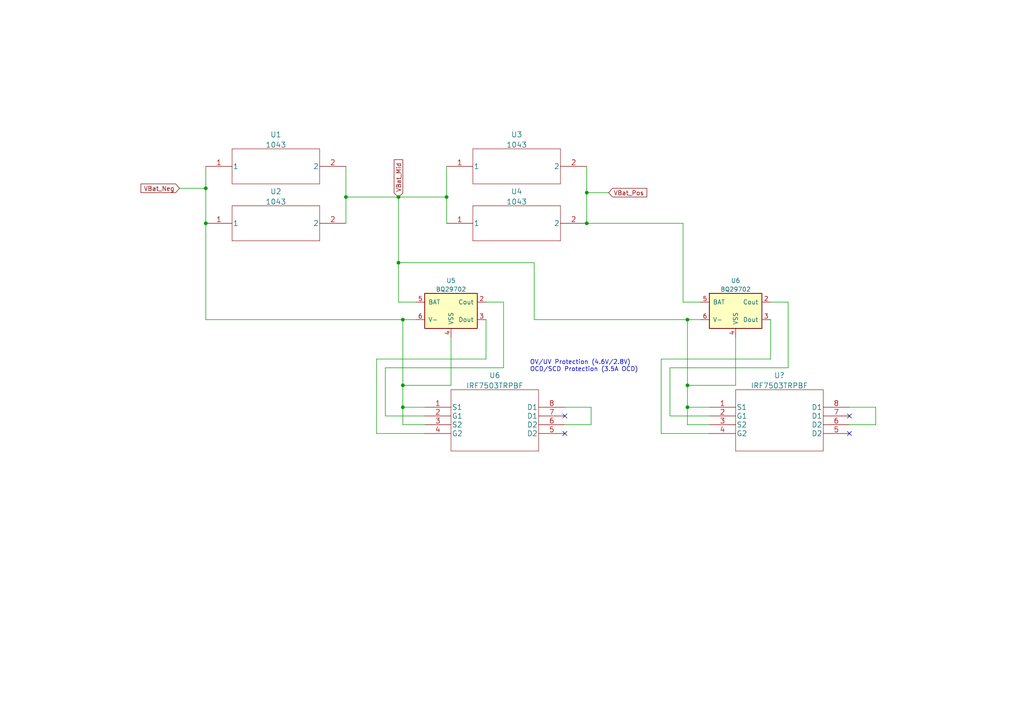
<source format=kicad_sch>
(kicad_sch (version 20211123) (generator eeschema)

  (uuid d2234977-4364-48f8-9d03-cdee731bf6ee)

  (paper "A4")

  (lib_symbols
    (symbol "Battery_Management:BQ297xy" (pin_names (offset 1.016)) (in_bom yes) (on_board yes)
      (property "Reference" "U" (id 0) (at -6.35 6.35 0)
        (effects (font (size 1.27 1.27)))
      )
      (property "Value" "BQ297xy" (id 1) (at 5.08 -6.35 0)
        (effects (font (size 1.27 1.27)))
      )
      (property "Footprint" "Package_SON:WSON-6_1.5x1.5mm_P0.5mm" (id 2) (at 0 8.89 0)
        (effects (font (size 1.27 1.27)) hide)
      )
      (property "Datasheet" "http://www.ti.com/lit/ds/symlink/bq2970.pdf" (id 3) (at -6.35 5.08 0)
        (effects (font (size 1.27 1.27)) hide)
      )
      (property "ki_keywords" "protection Li-Ion Li-Pol" (id 4) (at 0 0 0)
        (effects (font (size 1.27 1.27)) hide)
      )
      (property "ki_description" "Voltage and Current Protection for Single-Cell Li-Ion and Li-Polymer Batteries" (id 5) (at 0 0 0)
        (effects (font (size 1.27 1.27)) hide)
      )
      (property "ki_fp_filters" "WSON*1.5x1.5mm*P0.5mm*" (id 6) (at 0 0 0)
        (effects (font (size 1.27 1.27)) hide)
      )
      (symbol "BQ297xy_0_1"
        (rectangle (start -7.62 5.08) (end 7.62 -5.08)
          (stroke (width 0.254) (type default) (color 0 0 0 0))
          (fill (type background))
        )
      )
      (symbol "BQ297xy_1_1"
        (pin no_connect line (at 7.62 0 180) (length 2.54) hide
          (name "NC" (effects (font (size 1.27 1.27))))
          (number "1" (effects (font (size 1.27 1.27))))
        )
        (pin output line (at 10.16 2.54 180) (length 2.54)
          (name "Cout" (effects (font (size 1.27 1.27))))
          (number "2" (effects (font (size 1.27 1.27))))
        )
        (pin output line (at 10.16 -2.54 180) (length 2.54)
          (name "Dout" (effects (font (size 1.27 1.27))))
          (number "3" (effects (font (size 1.27 1.27))))
        )
        (pin power_in line (at 0 -7.62 90) (length 2.54)
          (name "VSS" (effects (font (size 1.27 1.27))))
          (number "4" (effects (font (size 1.27 1.27))))
        )
        (pin input line (at -10.16 2.54 0) (length 2.54)
          (name "BAT" (effects (font (size 1.27 1.27))))
          (number "5" (effects (font (size 1.27 1.27))))
        )
        (pin input line (at -10.16 -2.54 0) (length 2.54)
          (name "V-" (effects (font (size 1.27 1.27))))
          (number "6" (effects (font (size 1.27 1.27))))
        )
      )
    )
    (symbol "Imported_Symbols:1043" (pin_names (offset 0.254)) (in_bom yes) (on_board yes)
      (property "Reference" "U" (id 0) (at 20.32 10.16 0)
        (effects (font (size 1.524 1.524)))
      )
      (property "Value" "1043" (id 1) (at 20.32 7.62 0)
        (effects (font (size 1.524 1.524)))
      )
      (property "Footprint" "1043_KEY" (id 2) (at 20.32 6.096 0)
        (effects (font (size 1.524 1.524)) hide)
      )
      (property "Datasheet" "" (id 3) (at 0 0 0)
        (effects (font (size 1.524 1.524)))
      )
      (property "ki_locked" "" (id 4) (at 0 0 0)
        (effects (font (size 1.27 1.27)))
      )
      (property "ki_fp_filters" "1043_KEY" (id 5) (at 0 0 0)
        (effects (font (size 1.27 1.27)) hide)
      )
      (symbol "1043_1_1"
        (polyline
          (pts
            (xy 7.62 -5.08)
            (xy 33.02 -5.08)
          )
          (stroke (width 0.127) (type default) (color 0 0 0 0))
          (fill (type none))
        )
        (polyline
          (pts
            (xy 7.62 5.08)
            (xy 7.62 -5.08)
          )
          (stroke (width 0.127) (type default) (color 0 0 0 0))
          (fill (type none))
        )
        (polyline
          (pts
            (xy 33.02 -5.08)
            (xy 33.02 5.08)
          )
          (stroke (width 0.127) (type default) (color 0 0 0 0))
          (fill (type none))
        )
        (polyline
          (pts
            (xy 33.02 5.08)
            (xy 7.62 5.08)
          )
          (stroke (width 0.127) (type default) (color 0 0 0 0))
          (fill (type none))
        )
        (pin unspecified line (at 0 0 0) (length 7.62)
          (name "1" (effects (font (size 1.4986 1.4986))))
          (number "1" (effects (font (size 1.4986 1.4986))))
        )
        (pin unspecified line (at 40.64 0 180) (length 7.62)
          (name "2" (effects (font (size 1.4986 1.4986))))
          (number "2" (effects (font (size 1.4986 1.4986))))
        )
      )
    )
    (symbol "Imported_Symbols:IRF7503TRPBF" (pin_names (offset 0.254)) (in_bom yes) (on_board yes)
      (property "Reference" "U" (id 0) (at 20.32 10.16 0)
        (effects (font (size 1.524 1.524)))
      )
      (property "Value" "IRF7503TRPBF" (id 1) (at 20.32 7.62 0)
        (effects (font (size 1.524 1.524)))
      )
      (property "Footprint" "IRF7503TRPBF_INF" (id 2) (at 20.32 6.096 0)
        (effects (font (size 1.524 1.524)) hide)
      )
      (property "Datasheet" "" (id 3) (at 0 0 0)
        (effects (font (size 1.524 1.524)))
      )
      (property "ki_locked" "" (id 4) (at 0 0 0)
        (effects (font (size 1.27 1.27)))
      )
      (property "ki_fp_filters" "IRF7503TRPBF_INF IRF7503TRPBF_INF-M IRF7503TRPBF_INF-L" (id 5) (at 0 0 0)
        (effects (font (size 1.27 1.27)) hide)
      )
      (symbol "IRF7503TRPBF_1_1"
        (polyline
          (pts
            (xy 7.62 -12.7)
            (xy 33.02 -12.7)
          )
          (stroke (width 0.127) (type default) (color 0 0 0 0))
          (fill (type none))
        )
        (polyline
          (pts
            (xy 7.62 5.08)
            (xy 7.62 -12.7)
          )
          (stroke (width 0.127) (type default) (color 0 0 0 0))
          (fill (type none))
        )
        (polyline
          (pts
            (xy 33.02 -12.7)
            (xy 33.02 5.08)
          )
          (stroke (width 0.127) (type default) (color 0 0 0 0))
          (fill (type none))
        )
        (polyline
          (pts
            (xy 33.02 5.08)
            (xy 7.62 5.08)
          )
          (stroke (width 0.127) (type default) (color 0 0 0 0))
          (fill (type none))
        )
        (pin unspecified line (at 0 0 0) (length 7.62)
          (name "S1" (effects (font (size 1.4986 1.4986))))
          (number "1" (effects (font (size 1.4986 1.4986))))
        )
        (pin unspecified line (at 0 -2.54 0) (length 7.62)
          (name "G1" (effects (font (size 1.4986 1.4986))))
          (number "2" (effects (font (size 1.4986 1.4986))))
        )
        (pin unspecified line (at 0 -5.08 0) (length 7.62)
          (name "S2" (effects (font (size 1.4986 1.4986))))
          (number "3" (effects (font (size 1.4986 1.4986))))
        )
        (pin unspecified line (at 0 -7.62 0) (length 7.62)
          (name "G2" (effects (font (size 1.4986 1.4986))))
          (number "4" (effects (font (size 1.4986 1.4986))))
        )
        (pin unspecified line (at 40.64 -7.62 180) (length 7.62)
          (name "D2" (effects (font (size 1.4986 1.4986))))
          (number "5" (effects (font (size 1.4986 1.4986))))
        )
        (pin unspecified line (at 40.64 -5.08 180) (length 7.62)
          (name "D2" (effects (font (size 1.4986 1.4986))))
          (number "6" (effects (font (size 1.4986 1.4986))))
        )
        (pin unspecified line (at 40.64 -2.54 180) (length 7.62)
          (name "D1" (effects (font (size 1.4986 1.4986))))
          (number "7" (effects (font (size 1.4986 1.4986))))
        )
        (pin unspecified line (at 40.64 0 180) (length 7.62)
          (name "D1" (effects (font (size 1.4986 1.4986))))
          (number "8" (effects (font (size 1.4986 1.4986))))
        )
      )
    )
  )

  (junction (at 170.18 64.77) (diameter 0) (color 0 0 0 0)
    (uuid 226a01fa-907e-4625-baae-5fe10d1443a6)
  )
  (junction (at 116.84 92.71) (diameter 0) (color 0 0 0 0)
    (uuid 2e8ffff2-b7fd-4570-a087-23c7cd79e34a)
  )
  (junction (at 115.57 57.15) (diameter 0) (color 0 0 0 0)
    (uuid 3cbbc110-6c83-4b33-aaa5-74ce6421d7b9)
  )
  (junction (at 116.84 118.11) (diameter 0) (color 0 0 0 0)
    (uuid 49f4a9b5-7e4d-4073-8f73-81294891562e)
  )
  (junction (at 199.39 118.11) (diameter 0) (color 0 0 0 0)
    (uuid 4d148d4e-fd01-479b-a1bb-bccd0704b35a)
  )
  (junction (at 59.69 54.61) (diameter 0) (color 0 0 0 0)
    (uuid 5ebb04ff-6dcc-4b98-89cb-49dc8dfa56a5)
  )
  (junction (at 116.84 111.76) (diameter 0) (color 0 0 0 0)
    (uuid 743e01da-9d79-46d8-88cb-64544aef3bbe)
  )
  (junction (at 129.54 57.15) (diameter 0) (color 0 0 0 0)
    (uuid 99de1848-0c11-4aaa-be96-5aa9516261a9)
  )
  (junction (at 59.69 64.77) (diameter 0) (color 0 0 0 0)
    (uuid 9ef5d1ef-a74d-4f03-93b1-c944e6343347)
  )
  (junction (at 115.57 76.2) (diameter 0) (color 0 0 0 0)
    (uuid ca81a2e4-fbac-4618-b09b-40cf36a00ec9)
  )
  (junction (at 170.18 55.88) (diameter 0) (color 0 0 0 0)
    (uuid d4b67799-efb6-4f40-a446-89d986dd78b1)
  )
  (junction (at 199.39 111.76) (diameter 0) (color 0 0 0 0)
    (uuid e0438d3a-3f94-41bd-9532-d5628a6bb2c7)
  )
  (junction (at 100.33 57.15) (diameter 0) (color 0 0 0 0)
    (uuid e5f92490-821f-4388-8697-6bcd8b351427)
  )
  (junction (at 199.39 92.71) (diameter 0) (color 0 0 0 0)
    (uuid f29a980b-3faf-4ff0-a24b-6ff498c42374)
  )

  (no_connect (at 246.38 120.65) (uuid 34dac72c-9a33-4979-924e-dde27491dc8f))
  (no_connect (at 246.38 125.73) (uuid 399a7935-296d-405d-9826-d3adc0d31e2a))
  (no_connect (at 163.83 125.73) (uuid c03bee72-dc3f-4d36-8989-25d6e93d3b13))
  (no_connect (at 163.83 120.65) (uuid c03bee72-dc3f-4d36-8989-25d6e93d3b14))

  (wire (pts (xy 199.39 123.19) (xy 205.74 123.19))
    (stroke (width 0) (type default) (color 0 0 0 0))
    (uuid 00753ff1-e705-4149-8153-56536fbfdcd2)
  )
  (wire (pts (xy 130.81 97.79) (xy 130.81 111.76))
    (stroke (width 0) (type default) (color 0 0 0 0))
    (uuid 027531b5-8570-4cdf-8129-cee9b920a55e)
  )
  (wire (pts (xy 109.22 125.73) (xy 123.19 125.73))
    (stroke (width 0) (type default) (color 0 0 0 0))
    (uuid 050b4646-071d-452e-92cf-6bdfbb3fea6f)
  )
  (wire (pts (xy 52.07 54.61) (xy 59.69 54.61))
    (stroke (width 0) (type default) (color 0 0 0 0))
    (uuid 0555b0f7-2d69-4e50-80bc-fe335fcf8bd9)
  )
  (wire (pts (xy 199.39 118.11) (xy 205.74 118.11))
    (stroke (width 0) (type default) (color 0 0 0 0))
    (uuid 05e9e82c-22c0-4b49-972c-9df43188fcbd)
  )
  (wire (pts (xy 170.18 48.26) (xy 170.18 55.88))
    (stroke (width 0) (type default) (color 0 0 0 0))
    (uuid 0892888c-d610-464c-84cc-4f1bfdfb2780)
  )
  (wire (pts (xy 254 123.19) (xy 246.38 123.19))
    (stroke (width 0) (type default) (color 0 0 0 0))
    (uuid 1900e107-04e1-4bf5-b9b3-67614adac40d)
  )
  (wire (pts (xy 140.97 87.63) (xy 146.05 87.63))
    (stroke (width 0) (type default) (color 0 0 0 0))
    (uuid 1ca649eb-ea83-461d-99fe-8cee1bc31a2e)
  )
  (wire (pts (xy 194.31 120.65) (xy 205.74 120.65))
    (stroke (width 0) (type default) (color 0 0 0 0))
    (uuid 1e951e2f-e3c8-446e-9743-37566faf1e49)
  )
  (wire (pts (xy 115.57 76.2) (xy 115.57 87.63))
    (stroke (width 0) (type default) (color 0 0 0 0))
    (uuid 1ec30a35-d1f4-43b7-b439-e79af45dbe3f)
  )
  (wire (pts (xy 163.83 118.11) (xy 171.45 118.11))
    (stroke (width 0) (type default) (color 0 0 0 0))
    (uuid 1fa3af62-2b85-4761-808d-154511bbf297)
  )
  (wire (pts (xy 199.39 92.71) (xy 154.94 92.71))
    (stroke (width 0) (type default) (color 0 0 0 0))
    (uuid 29806ffb-08c8-4279-b67f-7786638bcd84)
  )
  (wire (pts (xy 146.05 106.68) (xy 111.76 106.68))
    (stroke (width 0) (type default) (color 0 0 0 0))
    (uuid 315bdfe2-1884-4f5c-9cac-7ad1ebe0412f)
  )
  (wire (pts (xy 191.77 125.73) (xy 205.74 125.73))
    (stroke (width 0) (type default) (color 0 0 0 0))
    (uuid 32b5a0f9-b9d0-49cc-80f2-40c1e73a5301)
  )
  (wire (pts (xy 111.76 106.68) (xy 111.76 120.65))
    (stroke (width 0) (type default) (color 0 0 0 0))
    (uuid 33630f0d-6bf5-4e1b-97f3-478937edb2a0)
  )
  (wire (pts (xy 109.22 104.14) (xy 109.22 125.73))
    (stroke (width 0) (type default) (color 0 0 0 0))
    (uuid 3500acec-b11e-44d1-9e9b-0e4a221b36e5)
  )
  (wire (pts (xy 170.18 55.88) (xy 176.53 55.88))
    (stroke (width 0) (type default) (color 0 0 0 0))
    (uuid 37010cc5-dfdf-48ba-ba99-22240260ff95)
  )
  (wire (pts (xy 129.54 48.26) (xy 129.54 57.15))
    (stroke (width 0) (type default) (color 0 0 0 0))
    (uuid 3a33aeb7-3c29-47a6-a26c-41f46eec378a)
  )
  (wire (pts (xy 111.76 120.65) (xy 123.19 120.65))
    (stroke (width 0) (type default) (color 0 0 0 0))
    (uuid 3a716fbc-4667-41fa-9332-e8d69e0d1393)
  )
  (wire (pts (xy 199.39 92.71) (xy 199.39 111.76))
    (stroke (width 0) (type default) (color 0 0 0 0))
    (uuid 3ad8c94c-9003-4217-933b-bc87ca93957b)
  )
  (wire (pts (xy 116.84 111.76) (xy 116.84 118.11))
    (stroke (width 0) (type default) (color 0 0 0 0))
    (uuid 3f0a5bcf-fd33-43fe-8a0e-6a8f8f8eac40)
  )
  (wire (pts (xy 198.12 87.63) (xy 198.12 64.77))
    (stroke (width 0) (type default) (color 0 0 0 0))
    (uuid 49499cf1-967f-4e5d-9429-511beb7ee30b)
  )
  (wire (pts (xy 115.57 57.15) (xy 115.57 76.2))
    (stroke (width 0) (type default) (color 0 0 0 0))
    (uuid 4964cc8c-7410-4893-9a2b-4f47d92d4681)
  )
  (wire (pts (xy 100.33 57.15) (xy 100.33 64.77))
    (stroke (width 0) (type default) (color 0 0 0 0))
    (uuid 4d458266-2240-41b4-8546-055ab3d3d92b)
  )
  (wire (pts (xy 115.57 57.15) (xy 100.33 57.15))
    (stroke (width 0) (type default) (color 0 0 0 0))
    (uuid 524cbaa1-c25f-4166-9662-10a8981c8242)
  )
  (wire (pts (xy 203.2 92.71) (xy 199.39 92.71))
    (stroke (width 0) (type default) (color 0 0 0 0))
    (uuid 54207ee7-9570-4adf-891f-ee9756a8558b)
  )
  (wire (pts (xy 140.97 92.71) (xy 140.97 104.14))
    (stroke (width 0) (type default) (color 0 0 0 0))
    (uuid 5cac7664-e9b4-45aa-823d-0aa6417ee28b)
  )
  (wire (pts (xy 213.36 111.76) (xy 199.39 111.76))
    (stroke (width 0) (type default) (color 0 0 0 0))
    (uuid 640c551b-1361-4060-ba2d-a4891752aa84)
  )
  (wire (pts (xy 116.84 92.71) (xy 116.84 111.76))
    (stroke (width 0) (type default) (color 0 0 0 0))
    (uuid 675c4924-3602-4204-953e-b7b2628d7c80)
  )
  (wire (pts (xy 130.81 111.76) (xy 116.84 111.76))
    (stroke (width 0) (type default) (color 0 0 0 0))
    (uuid 6978f066-2d6f-448f-961a-58e06b75db0d)
  )
  (wire (pts (xy 120.65 87.63) (xy 115.57 87.63))
    (stroke (width 0) (type default) (color 0 0 0 0))
    (uuid 74cc318a-b48f-40bd-9859-6a633fc28532)
  )
  (wire (pts (xy 194.31 106.68) (xy 194.31 120.65))
    (stroke (width 0) (type default) (color 0 0 0 0))
    (uuid 786f9ac8-6d80-4e09-8d61-1ebeaba5cdcb)
  )
  (wire (pts (xy 228.6 106.68) (xy 194.31 106.68))
    (stroke (width 0) (type default) (color 0 0 0 0))
    (uuid 7d978e4f-ab3c-4787-bb60-9868dcf090ce)
  )
  (wire (pts (xy 199.39 111.76) (xy 199.39 118.11))
    (stroke (width 0) (type default) (color 0 0 0 0))
    (uuid 82a61c28-8b59-46a2-ba5c-ddc420a8253d)
  )
  (wire (pts (xy 199.39 118.11) (xy 199.39 123.19))
    (stroke (width 0) (type default) (color 0 0 0 0))
    (uuid 82aa4232-2318-49ea-866b-3b7e0aba2d11)
  )
  (wire (pts (xy 116.84 92.71) (xy 59.69 92.71))
    (stroke (width 0) (type default) (color 0 0 0 0))
    (uuid 8accf4eb-8cac-42ac-ad7e-1da203a08269)
  )
  (wire (pts (xy 246.38 118.11) (xy 254 118.11))
    (stroke (width 0) (type default) (color 0 0 0 0))
    (uuid 9a10a51a-107a-4728-96d4-7e0844ca31c0)
  )
  (wire (pts (xy 254 118.11) (xy 254 123.19))
    (stroke (width 0) (type default) (color 0 0 0 0))
    (uuid a4086f5d-286b-47a3-8dc1-7ec98bb0c236)
  )
  (wire (pts (xy 59.69 92.71) (xy 59.69 64.77))
    (stroke (width 0) (type default) (color 0 0 0 0))
    (uuid adf94469-97f1-4c14-8f30-a32b18c0b476)
  )
  (wire (pts (xy 154.94 92.71) (xy 154.94 76.2))
    (stroke (width 0) (type default) (color 0 0 0 0))
    (uuid af240664-589f-45e8-ae8a-696e3d2cfcfe)
  )
  (wire (pts (xy 203.2 87.63) (xy 198.12 87.63))
    (stroke (width 0) (type default) (color 0 0 0 0))
    (uuid af2ae133-793d-46d5-b2d3-985d8b03ccbb)
  )
  (wire (pts (xy 129.54 57.15) (xy 115.57 57.15))
    (stroke (width 0) (type default) (color 0 0 0 0))
    (uuid b2cf9f4b-595b-4a11-bfa0-afa73126a2db)
  )
  (wire (pts (xy 171.45 118.11) (xy 171.45 123.19))
    (stroke (width 0) (type default) (color 0 0 0 0))
    (uuid b41fc0b8-cf84-4c04-977d-1da39024cebe)
  )
  (wire (pts (xy 171.45 123.19) (xy 163.83 123.19))
    (stroke (width 0) (type default) (color 0 0 0 0))
    (uuid b4b87b61-ee99-4ee6-b039-8d77f7a98ef1)
  )
  (wire (pts (xy 116.84 118.11) (xy 123.19 118.11))
    (stroke (width 0) (type default) (color 0 0 0 0))
    (uuid b6d33009-5882-485a-b96a-894b5e221925)
  )
  (wire (pts (xy 228.6 87.63) (xy 228.6 106.68))
    (stroke (width 0) (type default) (color 0 0 0 0))
    (uuid bf0812c5-a035-42d6-b57c-218e913e0ca0)
  )
  (wire (pts (xy 59.69 48.26) (xy 59.69 54.61))
    (stroke (width 0) (type default) (color 0 0 0 0))
    (uuid bf9bb789-c440-4e79-8aa7-99a6bf0b5ee7)
  )
  (wire (pts (xy 59.69 54.61) (xy 59.69 64.77))
    (stroke (width 0) (type default) (color 0 0 0 0))
    (uuid c7e4a834-91ca-4df2-a3d2-99365c58a326)
  )
  (wire (pts (xy 191.77 104.14) (xy 191.77 125.73))
    (stroke (width 0) (type default) (color 0 0 0 0))
    (uuid ce44dbb0-590a-44ca-b894-d5bd81c58a3b)
  )
  (wire (pts (xy 213.36 97.79) (xy 213.36 111.76))
    (stroke (width 0) (type default) (color 0 0 0 0))
    (uuid d4907d42-c3c9-48eb-9c3c-2a7212a59a0d)
  )
  (wire (pts (xy 129.54 57.15) (xy 129.54 64.77))
    (stroke (width 0) (type default) (color 0 0 0 0))
    (uuid d576aa98-54d7-4e3f-b7e4-e8430a7691fb)
  )
  (wire (pts (xy 223.52 104.14) (xy 191.77 104.14))
    (stroke (width 0) (type default) (color 0 0 0 0))
    (uuid d8f96232-01b9-40f3-a966-3414bda22604)
  )
  (wire (pts (xy 116.84 123.19) (xy 123.19 123.19))
    (stroke (width 0) (type default) (color 0 0 0 0))
    (uuid da77ebcd-b3f3-4dab-8420-14486e664d24)
  )
  (wire (pts (xy 120.65 92.71) (xy 116.84 92.71))
    (stroke (width 0) (type default) (color 0 0 0 0))
    (uuid de67dbae-beaa-4465-93f9-633d347deb35)
  )
  (wire (pts (xy 100.33 48.26) (xy 100.33 57.15))
    (stroke (width 0) (type default) (color 0 0 0 0))
    (uuid e158abe8-6023-495d-899b-375448417209)
  )
  (wire (pts (xy 198.12 64.77) (xy 170.18 64.77))
    (stroke (width 0) (type default) (color 0 0 0 0))
    (uuid e3c927a6-eb40-4e41-98fc-a094aad1c654)
  )
  (wire (pts (xy 223.52 92.71) (xy 223.52 104.14))
    (stroke (width 0) (type default) (color 0 0 0 0))
    (uuid e6118646-df85-455b-b6ad-7b9389868ac2)
  )
  (wire (pts (xy 116.84 118.11) (xy 116.84 123.19))
    (stroke (width 0) (type default) (color 0 0 0 0))
    (uuid ece45649-15b4-4332-8aea-bcb412b99f7b)
  )
  (wire (pts (xy 223.52 87.63) (xy 228.6 87.63))
    (stroke (width 0) (type default) (color 0 0 0 0))
    (uuid ee6a63bd-67e2-4475-878c-2645f65b4c4b)
  )
  (wire (pts (xy 140.97 104.14) (xy 109.22 104.14))
    (stroke (width 0) (type default) (color 0 0 0 0))
    (uuid ef88d54d-5813-434a-b1db-494ebf3bb17d)
  )
  (wire (pts (xy 146.05 87.63) (xy 146.05 106.68))
    (stroke (width 0) (type default) (color 0 0 0 0))
    (uuid f1b28731-02ed-47da-9119-2202d4313fbc)
  )
  (wire (pts (xy 154.94 76.2) (xy 115.57 76.2))
    (stroke (width 0) (type default) (color 0 0 0 0))
    (uuid fe83edaa-2b56-45e8-a7b9-c50a7a20fafd)
  )
  (wire (pts (xy 170.18 55.88) (xy 170.18 64.77))
    (stroke (width 0) (type default) (color 0 0 0 0))
    (uuid feaf1140-bab9-40fb-a79a-133d9b783a1a)
  )

  (text "OV/UV Protection (4.6V/2.8V)\nOCD/SCD Protection (3.5A OCD)\n"
    (at 153.67 107.95 0)
    (effects (font (size 1.27 1.27)) (justify left bottom))
    (uuid db074e9f-8c26-4389-ad40-adfcf02431a4)
  )

  (global_label "VBat_Neg" (shape input) (at 52.07 54.61 180) (fields_autoplaced)
    (effects (font (size 1.27 1.27)) (justify right))
    (uuid a1f2284a-7b33-4aa0-9d7d-cd58d3a7b4d4)
    (property "Intersheet References" "${INTERSHEET_REFS}" (id 0) (at 40.8879 54.5306 0)
      (effects (font (size 1.27 1.27)) (justify right) hide)
    )
  )
  (global_label "VBat_Pos" (shape input) (at 176.53 55.88 0) (fields_autoplaced)
    (effects (font (size 1.27 1.27)) (justify left))
    (uuid c0ea43db-ed76-4151-9ed4-1015219cd626)
    (property "Intersheet References" "${INTERSHEET_REFS}" (id 0) (at 187.5912 55.8006 0)
      (effects (font (size 1.27 1.27)) (justify left) hide)
    )
  )
  (global_label "VBat_Mid" (shape input) (at 115.57 57.15 90) (fields_autoplaced)
    (effects (font (size 1.27 1.27)) (justify left))
    (uuid e5c4829a-51a2-467e-a81c-98e625bb308b)
    (property "Intersheet References" "${INTERSHEET_REFS}" (id 0) (at 115.4906 46.3307 90)
      (effects (font (size 1.27 1.27)) (justify left) hide)
    )
  )

  (symbol (lib_id "Imported_Symbols:1043") (at 59.69 48.26 0) (unit 1)
    (in_bom yes) (on_board yes) (fields_autoplaced)
    (uuid 068ca53c-4cb2-4b79-8cb4-1d64f3b358b3)
    (property "Reference" "U1" (id 0) (at 80.01 39.0324 0)
      (effects (font (size 1.524 1.524)))
    )
    (property "Value" "1043" (id 1) (at 80.01 42.0258 0)
      (effects (font (size 1.524 1.524)))
    )
    (property "Footprint" "1043_KEY" (id 2) (at 80.01 42.164 0)
      (effects (font (size 1.524 1.524)) hide)
    )
    (property "Datasheet" "" (id 3) (at 59.69 48.26 0)
      (effects (font (size 1.524 1.524)))
    )
    (pin "1" (uuid 454d997c-c997-4169-bec1-525ecde51fc4))
    (pin "2" (uuid 865314e1-28f8-4330-b302-d52da20e2c7f))
  )

  (symbol (lib_id "Imported_Symbols:IRF7503TRPBF") (at 123.19 118.11 0) (unit 1)
    (in_bom yes) (on_board yes) (fields_autoplaced)
    (uuid 3c33a69a-db86-4e96-b1e9-2bad5fdf733d)
    (property "Reference" "U6" (id 0) (at 143.51 108.8824 0)
      (effects (font (size 1.524 1.524)))
    )
    (property "Value" "IRF7503TRPBF" (id 1) (at 143.51 111.8758 0)
      (effects (font (size 1.524 1.524)))
    )
    (property "Footprint" "IRF7503TRPBF_INF" (id 2) (at 143.51 112.014 0)
      (effects (font (size 1.524 1.524)) hide)
    )
    (property "Datasheet" "" (id 3) (at 123.19 118.11 0)
      (effects (font (size 1.524 1.524)))
    )
    (pin "1" (uuid 10022605-19d9-42fc-a6ec-faafe029babe))
    (pin "2" (uuid 4d4cea89-c6cb-4737-845a-401ed009d6c6))
    (pin "3" (uuid bdc944fe-881d-4ae2-a315-7b720627b28b))
    (pin "4" (uuid 068f935b-62f0-41d0-aecc-ab7ee12570e0))
    (pin "5" (uuid 9b0e9119-3c86-4c87-8e7f-8387a9edd893))
    (pin "6" (uuid e09018be-bc1d-4f63-b7ab-4ec6d957b885))
    (pin "7" (uuid f664ff2e-f4f3-44f4-ad1f-3ce7fd2fd7a1))
    (pin "8" (uuid c1279b64-4e05-4b7b-9b38-52bb898bdf36))
  )

  (symbol (lib_id "Imported_Symbols:1043") (at 129.54 64.77 0) (unit 1)
    (in_bom yes) (on_board yes) (fields_autoplaced)
    (uuid 5e0f0328-2f70-4ccc-80ea-7c38a5bca54c)
    (property "Reference" "U4" (id 0) (at 149.86 55.5424 0)
      (effects (font (size 1.524 1.524)))
    )
    (property "Value" "1043" (id 1) (at 149.86 58.5358 0)
      (effects (font (size 1.524 1.524)))
    )
    (property "Footprint" "1043_KEY" (id 2) (at 149.86 58.674 0)
      (effects (font (size 1.524 1.524)) hide)
    )
    (property "Datasheet" "" (id 3) (at 129.54 64.77 0)
      (effects (font (size 1.524 1.524)))
    )
    (pin "1" (uuid 4a91c2c7-ed6f-4556-be27-e437de4925e4))
    (pin "2" (uuid e6fe5318-445a-4099-a859-4c49c57c1137))
  )

  (symbol (lib_id "Imported_Symbols:IRF7503TRPBF") (at 205.74 118.11 0) (unit 1)
    (in_bom yes) (on_board yes) (fields_autoplaced)
    (uuid 658c6ec2-b447-4814-9412-d7e30720de78)
    (property "Reference" "U?" (id 0) (at 226.06 108.8824 0)
      (effects (font (size 1.524 1.524)))
    )
    (property "Value" "IRF7503TRPBF" (id 1) (at 226.06 111.8758 0)
      (effects (font (size 1.524 1.524)))
    )
    (property "Footprint" "IRF7503TRPBF_INF" (id 2) (at 226.06 112.014 0)
      (effects (font (size 1.524 1.524)) hide)
    )
    (property "Datasheet" "" (id 3) (at 205.74 118.11 0)
      (effects (font (size 1.524 1.524)))
    )
    (pin "1" (uuid a23c3576-0e25-461d-9790-01a0835771e1))
    (pin "2" (uuid 3dd479ba-4120-497b-8a76-1123c1b59739))
    (pin "3" (uuid 47ef2649-d4a7-4396-9262-3b283518aaea))
    (pin "4" (uuid 5ad8f8cd-b675-4976-9648-ebf78588c851))
    (pin "5" (uuid f04f6c95-d129-4a2f-b328-db1fa9944f0f))
    (pin "6" (uuid 4faa2c67-37fb-43fc-b555-0d9030cbafb0))
    (pin "7" (uuid 82327e1d-6410-4a41-a7fc-34c9a0b9ba8f))
    (pin "8" (uuid a3ef6d7c-f64b-4a1f-b6e8-ca4510717da9))
  )

  (symbol (lib_id "Battery_Management:BQ297xy") (at 213.36 90.17 0) (unit 1)
    (in_bom yes) (on_board yes) (fields_autoplaced)
    (uuid a1ea647f-63bb-4032-83e7-8b02f77d8077)
    (property "Reference" "U6" (id 0) (at 213.36 81.3902 0))
    (property "Value" "BQ29702" (id 1) (at 213.36 83.9271 0))
    (property "Footprint" "Package_SON:WSON-6_1.5x1.5mm_P0.5mm" (id 2) (at 213.36 81.28 0)
      (effects (font (size 1.27 1.27)) hide)
    )
    (property "Datasheet" "http://www.ti.com/lit/ds/symlink/bq2970.pdf" (id 3) (at 207.01 85.09 0)
      (effects (font (size 1.27 1.27)) hide)
    )
    (pin "1" (uuid 5628a77c-52a9-471f-80a4-4a95dce43486))
    (pin "2" (uuid a45ce3d0-8c00-4430-9d84-8320ded0a4e2))
    (pin "3" (uuid 95fca723-f190-4c85-b117-8b2c486d422c))
    (pin "4" (uuid dc0d4e58-fd0b-4a4e-8e30-23d8d2beb12e))
    (pin "5" (uuid aa38a2a4-efb0-4820-9407-29537278a5fe))
    (pin "6" (uuid c3302e79-a59f-499a-bab1-be75d832ed3b))
  )

  (symbol (lib_id "Imported_Symbols:1043") (at 129.54 48.26 0) (unit 1)
    (in_bom yes) (on_board yes) (fields_autoplaced)
    (uuid a7f63f9b-8e92-4dcc-ad7d-0a89e6ad6091)
    (property "Reference" "U3" (id 0) (at 149.86 39.0324 0)
      (effects (font (size 1.524 1.524)))
    )
    (property "Value" "1043" (id 1) (at 149.86 42.0258 0)
      (effects (font (size 1.524 1.524)))
    )
    (property "Footprint" "1043_KEY" (id 2) (at 149.86 42.164 0)
      (effects (font (size 1.524 1.524)) hide)
    )
    (property "Datasheet" "" (id 3) (at 129.54 48.26 0)
      (effects (font (size 1.524 1.524)))
    )
    (pin "1" (uuid 85e3bc25-fa41-4e95-84c8-5f92f139b55e))
    (pin "2" (uuid b0279425-3059-4cce-90f8-ec507274bdd3))
  )

  (symbol (lib_id "Battery_Management:BQ297xy") (at 130.81 90.17 0) (unit 1)
    (in_bom yes) (on_board yes) (fields_autoplaced)
    (uuid a8566981-9e5e-4df1-a5ea-602335ad581d)
    (property "Reference" "U5" (id 0) (at 130.81 81.3902 0))
    (property "Value" "BQ29702" (id 1) (at 130.81 83.9271 0))
    (property "Footprint" "Package_SON:WSON-6_1.5x1.5mm_P0.5mm" (id 2) (at 130.81 81.28 0)
      (effects (font (size 1.27 1.27)) hide)
    )
    (property "Datasheet" "http://www.ti.com/lit/ds/symlink/bq2970.pdf" (id 3) (at 124.46 85.09 0)
      (effects (font (size 1.27 1.27)) hide)
    )
    (pin "1" (uuid 093d191a-5919-4cb6-9cb7-d6dc6da130b1))
    (pin "2" (uuid 75a3852f-a150-414a-97a1-afc9628edd94))
    (pin "3" (uuid 38a0c417-52c2-4bdd-ad24-1464bf855f3f))
    (pin "4" (uuid 5e45bb2b-2f1a-4e8b-b831-954344e519f1))
    (pin "5" (uuid 114d278e-942c-415c-bc1f-e918d44c7304))
    (pin "6" (uuid abea5712-3a3c-4184-ac6a-aae6c3d6400e))
  )

  (symbol (lib_id "Imported_Symbols:1043") (at 59.69 64.77 0) (unit 1)
    (in_bom yes) (on_board yes) (fields_autoplaced)
    (uuid b5b3da46-42ad-4731-9ce4-ab62b9ccedb7)
    (property "Reference" "U2" (id 0) (at 80.01 55.5424 0)
      (effects (font (size 1.524 1.524)))
    )
    (property "Value" "1043" (id 1) (at 80.01 58.5358 0)
      (effects (font (size 1.524 1.524)))
    )
    (property "Footprint" "1043_KEY" (id 2) (at 80.01 58.674 0)
      (effects (font (size 1.524 1.524)) hide)
    )
    (property "Datasheet" "" (id 3) (at 59.69 64.77 0)
      (effects (font (size 1.524 1.524)))
    )
    (pin "1" (uuid d012336a-c822-4ad9-b694-344f9e761ddc))
    (pin "2" (uuid a5dd78c9-0322-41a5-9b53-1eee7f96c3d2))
  )
)

</source>
